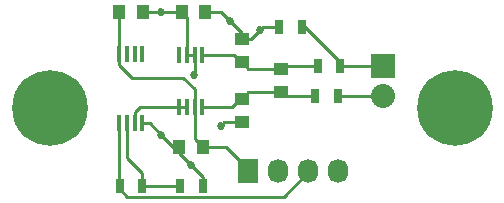
<source format=gtl>
G04 #@! TF.FileFunction,Copper,L1,Top,Signal*
%FSLAX46Y46*%
G04 Gerber Fmt 4.6, Leading zero omitted, Abs format (unit mm)*
G04 Created by KiCad (PCBNEW 4.0.1-stable) date Wednesday, August 10, 2016 'PMt' 07:00:37 PM*
%MOMM*%
G01*
G04 APERTURE LIST*
%ADD10C,0.100000*%
%ADD11R,1.727200X2.032000*%
%ADD12O,1.727200X2.032000*%
%ADD13R,0.700000X1.300000*%
%ADD14R,1.000000X1.250000*%
%ADD15R,1.250000X1.000000*%
%ADD16R,0.450000X1.450000*%
%ADD17R,2.032000X2.032000*%
%ADD18O,2.032000X2.032000*%
%ADD19C,6.400000*%
%ADD20C,0.685800*%
%ADD21C,0.254000*%
G04 APERTURE END LIST*
D10*
D11*
X207010000Y-111506000D03*
D12*
X209550000Y-111506000D03*
X212090000Y-111506000D03*
X214630000Y-111506000D03*
D13*
X198054000Y-112776000D03*
X196154000Y-112776000D03*
D14*
X196120000Y-98044000D03*
X198120000Y-98044000D03*
D15*
X206502000Y-102330000D03*
X206502000Y-100330000D03*
D16*
X196129000Y-107500000D03*
X196779000Y-107500000D03*
X197429000Y-107500000D03*
X198079000Y-107500000D03*
X198079000Y-101600000D03*
X197429000Y-101600000D03*
X196779000Y-101600000D03*
X196129000Y-101600000D03*
D15*
X206502000Y-107410000D03*
X206502000Y-105410000D03*
X209804000Y-104870000D03*
X209804000Y-102870000D03*
D14*
X203422000Y-98044000D03*
X201422000Y-98044000D03*
X203184000Y-109474000D03*
X201184000Y-109474000D03*
D17*
X218440000Y-102616000D03*
D18*
X218440000Y-105156000D03*
D13*
X211582000Y-99314000D03*
X209682000Y-99314000D03*
X214630000Y-105156000D03*
X212730000Y-105156000D03*
X214818000Y-102616000D03*
X212918000Y-102616000D03*
X203200000Y-112776000D03*
X201300000Y-112776000D03*
D19*
X224536000Y-106172000D03*
X190246000Y-106172000D03*
D16*
X203159000Y-101686000D03*
X202509000Y-101686000D03*
X201859000Y-101686000D03*
X201209000Y-101686000D03*
X201209000Y-106086000D03*
X201859000Y-106086000D03*
X202509000Y-106086000D03*
X203159000Y-106086000D03*
D20*
X199644000Y-108458000D03*
X199644000Y-98044000D03*
X208026000Y-99568000D03*
X205486000Y-98806000D03*
X202438000Y-103378000D03*
X204724000Y-107696000D03*
X202184000Y-110998000D03*
D21*
X201184000Y-109474000D02*
X200660000Y-109474000D01*
X200660000Y-109474000D02*
X199644000Y-108458000D01*
X198079000Y-107500000D02*
X198686000Y-107500000D01*
X198686000Y-107500000D02*
X199644000Y-108458000D01*
X201422000Y-98044000D02*
X199644000Y-98044000D01*
X198120000Y-98044000D02*
X199644000Y-98044000D01*
X206502000Y-100330000D02*
X207264000Y-100330000D01*
X207264000Y-100330000D02*
X208026000Y-99568000D01*
X209682000Y-99314000D02*
X208280000Y-99314000D01*
X208280000Y-99314000D02*
X208026000Y-99568000D01*
X206502000Y-100330000D02*
X206502000Y-99822000D01*
X206502000Y-99822000D02*
X205486000Y-98806000D01*
X203422000Y-98044000D02*
X204724000Y-98044000D01*
X204724000Y-98044000D02*
X205486000Y-98806000D01*
X202509000Y-101686000D02*
X202509000Y-103307000D01*
X202509000Y-103307000D02*
X202438000Y-103378000D01*
X202509000Y-101686000D02*
X201859000Y-101686000D01*
X206502000Y-107410000D02*
X205010000Y-107410000D01*
X205010000Y-107410000D02*
X204724000Y-107696000D01*
X201184000Y-109474000D02*
X201184000Y-109998000D01*
X201184000Y-109998000D02*
X202184000Y-110998000D01*
X203200000Y-112776000D02*
X203200000Y-112014000D01*
X203200000Y-112014000D02*
X202184000Y-110998000D01*
X201859000Y-101686000D02*
X201859000Y-98481000D01*
X201859000Y-98481000D02*
X201422000Y-98044000D01*
X206502000Y-105410000D02*
X206377000Y-105410000D01*
X206377000Y-105410000D02*
X205701000Y-106086000D01*
X205701000Y-106086000D02*
X203638000Y-106086000D01*
X203638000Y-106086000D02*
X203159000Y-106086000D01*
X209804000Y-104870000D02*
X207042000Y-104870000D01*
X207042000Y-104870000D02*
X206502000Y-105410000D01*
X212730000Y-105156000D02*
X210090000Y-105156000D01*
X210090000Y-105156000D02*
X209804000Y-104870000D01*
X206470000Y-102330000D02*
X205826000Y-101686000D01*
X205826000Y-101686000D02*
X203159000Y-101686000D01*
X206502000Y-102330000D02*
X206470000Y-102330000D01*
X209804000Y-102870000D02*
X207042000Y-102870000D01*
X207042000Y-102870000D02*
X206502000Y-102330000D01*
X212918000Y-102616000D02*
X210058000Y-102616000D01*
X210058000Y-102616000D02*
X209804000Y-102870000D01*
X196154000Y-112776000D02*
X196154000Y-113076000D01*
X196154000Y-113076000D02*
X196783401Y-113705401D01*
X210042999Y-113705401D02*
X212090000Y-111658400D01*
X196783401Y-113705401D02*
X210042999Y-113705401D01*
X212090000Y-111658400D02*
X212090000Y-111506000D01*
X196129000Y-107500000D02*
X196129000Y-112751000D01*
X196129000Y-112751000D02*
X196154000Y-112776000D01*
X198054000Y-112776000D02*
X198658000Y-112776000D01*
X198658000Y-112776000D02*
X201300000Y-112776000D01*
X196779000Y-110419000D02*
X198054000Y-111694000D01*
X198054000Y-111694000D02*
X198054000Y-112776000D01*
X196779000Y-107500000D02*
X196779000Y-110419000D01*
X207010000Y-111506000D02*
X207010000Y-111353600D01*
X207010000Y-111353600D02*
X205130400Y-109474000D01*
X205130400Y-109474000D02*
X203938000Y-109474000D01*
X203938000Y-109474000D02*
X203184000Y-109474000D01*
X201563922Y-103632000D02*
X197182000Y-103632000D01*
X197182000Y-103632000D02*
X196129000Y-102579000D01*
X196129000Y-102579000D02*
X196129000Y-101600000D01*
X202509000Y-106086000D02*
X202509000Y-104577078D01*
X202509000Y-104577078D02*
X201563922Y-103632000D01*
X196129000Y-101600000D02*
X196129000Y-98053000D01*
X196129000Y-98053000D02*
X196120000Y-98044000D01*
X202509000Y-106086000D02*
X202509000Y-108799000D01*
X202509000Y-108799000D02*
X203184000Y-109474000D01*
X214818000Y-102616000D02*
X214818000Y-102316000D01*
X214818000Y-102316000D02*
X211816000Y-99314000D01*
X211816000Y-99314000D02*
X211582000Y-99314000D01*
X218440000Y-102616000D02*
X214818000Y-102616000D01*
X218440000Y-105156000D02*
X214630000Y-105156000D01*
X201209000Y-106086000D02*
X197864000Y-106086000D01*
X197864000Y-106086000D02*
X197429000Y-106521000D01*
X197429000Y-106521000D02*
X197429000Y-107500000D01*
X201859000Y-106086000D02*
X201209000Y-106086000D01*
M02*

</source>
